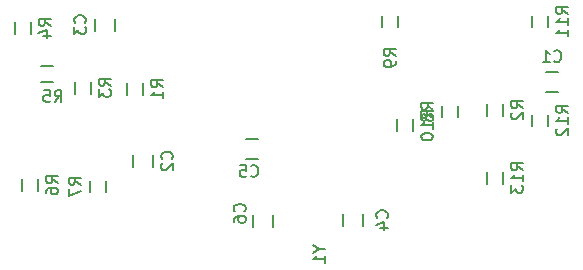
<source format=gbo>
G04 #@! TF.FileFunction,Legend,Bot*
%FSLAX46Y46*%
G04 Gerber Fmt 4.6, Leading zero omitted, Abs format (unit mm)*
G04 Created by KiCad (PCBNEW 4.0.1-stable) date 11/19/2016 2:54:23 PM*
%MOMM*%
G01*
G04 APERTURE LIST*
%ADD10C,0.100000*%
%ADD11C,0.150000*%
G04 APERTURE END LIST*
D10*
D11*
X178300000Y-72810000D02*
X179300000Y-72810000D01*
X179300000Y-74510000D02*
X178300000Y-74510000D01*
X144995000Y-79875000D02*
X144995000Y-80875000D01*
X143295000Y-80875000D02*
X143295000Y-79875000D01*
X140120000Y-69350000D02*
X140120000Y-68350000D01*
X141820000Y-68350000D02*
X141820000Y-69350000D01*
X161075000Y-85860000D02*
X161075000Y-84860000D01*
X162775000Y-84860000D02*
X162775000Y-85860000D01*
X152900000Y-78525000D02*
X153900000Y-78525000D01*
X153900000Y-80225000D02*
X152900000Y-80225000D01*
X155155000Y-84955000D02*
X155155000Y-85955000D01*
X153455000Y-85955000D02*
X153455000Y-84955000D01*
X142835000Y-73795000D02*
X142835000Y-74795000D01*
X144185000Y-74795000D02*
X144185000Y-73795000D01*
X173315000Y-75585000D02*
X173315000Y-76585000D01*
X174665000Y-76585000D02*
X174665000Y-75585000D01*
X139740000Y-74680000D02*
X139740000Y-73680000D01*
X138390000Y-73680000D02*
X138390000Y-74680000D01*
X133310000Y-68600000D02*
X133310000Y-69600000D01*
X134660000Y-69600000D02*
X134660000Y-68600000D01*
X135505000Y-73700000D02*
X136505000Y-73700000D01*
X136505000Y-72350000D02*
X135505000Y-72350000D01*
X133945000Y-81935000D02*
X133945000Y-82935000D01*
X135295000Y-82935000D02*
X135295000Y-81935000D01*
X141010000Y-83050000D02*
X141010000Y-82050000D01*
X139660000Y-82050000D02*
X139660000Y-83050000D01*
X170855000Y-76700000D02*
X170855000Y-75700000D01*
X169505000Y-75700000D02*
X169505000Y-76700000D01*
X165775000Y-69080000D02*
X165775000Y-68080000D01*
X164425000Y-68080000D02*
X164425000Y-69080000D01*
X165695000Y-76855000D02*
X165695000Y-77855000D01*
X167045000Y-77855000D02*
X167045000Y-76855000D01*
X177125000Y-68080000D02*
X177125000Y-69080000D01*
X178475000Y-69080000D02*
X178475000Y-68080000D01*
X177125000Y-76450000D02*
X177125000Y-77450000D01*
X178475000Y-77450000D02*
X178475000Y-76450000D01*
X173315000Y-81300000D02*
X173315000Y-82300000D01*
X174665000Y-82300000D02*
X174665000Y-81300000D01*
X178966666Y-71917143D02*
X179014285Y-71964762D01*
X179157142Y-72012381D01*
X179252380Y-72012381D01*
X179395238Y-71964762D01*
X179490476Y-71869524D01*
X179538095Y-71774286D01*
X179585714Y-71583810D01*
X179585714Y-71440952D01*
X179538095Y-71250476D01*
X179490476Y-71155238D01*
X179395238Y-71060000D01*
X179252380Y-71012381D01*
X179157142Y-71012381D01*
X179014285Y-71060000D01*
X178966666Y-71107619D01*
X178014285Y-72012381D02*
X178585714Y-72012381D01*
X178300000Y-72012381D02*
X178300000Y-71012381D01*
X178395238Y-71155238D01*
X178490476Y-71250476D01*
X178585714Y-71298095D01*
X146602143Y-80208334D02*
X146649762Y-80160715D01*
X146697381Y-80017858D01*
X146697381Y-79922620D01*
X146649762Y-79779762D01*
X146554524Y-79684524D01*
X146459286Y-79636905D01*
X146268810Y-79589286D01*
X146125952Y-79589286D01*
X145935476Y-79636905D01*
X145840238Y-79684524D01*
X145745000Y-79779762D01*
X145697381Y-79922620D01*
X145697381Y-80017858D01*
X145745000Y-80160715D01*
X145792619Y-80208334D01*
X145792619Y-80589286D02*
X145745000Y-80636905D01*
X145697381Y-80732143D01*
X145697381Y-80970239D01*
X145745000Y-81065477D01*
X145792619Y-81113096D01*
X145887857Y-81160715D01*
X145983095Y-81160715D01*
X146125952Y-81113096D01*
X146697381Y-80541667D01*
X146697381Y-81160715D01*
X139227143Y-68683334D02*
X139274762Y-68635715D01*
X139322381Y-68492858D01*
X139322381Y-68397620D01*
X139274762Y-68254762D01*
X139179524Y-68159524D01*
X139084286Y-68111905D01*
X138893810Y-68064286D01*
X138750952Y-68064286D01*
X138560476Y-68111905D01*
X138465238Y-68159524D01*
X138370000Y-68254762D01*
X138322381Y-68397620D01*
X138322381Y-68492858D01*
X138370000Y-68635715D01*
X138417619Y-68683334D01*
X138322381Y-69016667D02*
X138322381Y-69635715D01*
X138703333Y-69302381D01*
X138703333Y-69445239D01*
X138750952Y-69540477D01*
X138798571Y-69588096D01*
X138893810Y-69635715D01*
X139131905Y-69635715D01*
X139227143Y-69588096D01*
X139274762Y-69540477D01*
X139322381Y-69445239D01*
X139322381Y-69159524D01*
X139274762Y-69064286D01*
X139227143Y-69016667D01*
X164822143Y-85193334D02*
X164869762Y-85145715D01*
X164917381Y-85002858D01*
X164917381Y-84907620D01*
X164869762Y-84764762D01*
X164774524Y-84669524D01*
X164679286Y-84621905D01*
X164488810Y-84574286D01*
X164345952Y-84574286D01*
X164155476Y-84621905D01*
X164060238Y-84669524D01*
X163965000Y-84764762D01*
X163917381Y-84907620D01*
X163917381Y-85002858D01*
X163965000Y-85145715D01*
X164012619Y-85193334D01*
X164250714Y-86050477D02*
X164917381Y-86050477D01*
X163869762Y-85812381D02*
X164584048Y-85574286D01*
X164584048Y-86193334D01*
X153296666Y-81637143D02*
X153344285Y-81684762D01*
X153487142Y-81732381D01*
X153582380Y-81732381D01*
X153725238Y-81684762D01*
X153820476Y-81589524D01*
X153868095Y-81494286D01*
X153915714Y-81303810D01*
X153915714Y-81160952D01*
X153868095Y-80970476D01*
X153820476Y-80875238D01*
X153725238Y-80780000D01*
X153582380Y-80732381D01*
X153487142Y-80732381D01*
X153344285Y-80780000D01*
X153296666Y-80827619D01*
X152391904Y-80732381D02*
X152868095Y-80732381D01*
X152915714Y-81208571D01*
X152868095Y-81160952D01*
X152772857Y-81113333D01*
X152534761Y-81113333D01*
X152439523Y-81160952D01*
X152391904Y-81208571D01*
X152344285Y-81303810D01*
X152344285Y-81541905D01*
X152391904Y-81637143D01*
X152439523Y-81684762D01*
X152534761Y-81732381D01*
X152772857Y-81732381D01*
X152868095Y-81684762D01*
X152915714Y-81637143D01*
X152757143Y-84653334D02*
X152804762Y-84605715D01*
X152852381Y-84462858D01*
X152852381Y-84367620D01*
X152804762Y-84224762D01*
X152709524Y-84129524D01*
X152614286Y-84081905D01*
X152423810Y-84034286D01*
X152280952Y-84034286D01*
X152090476Y-84081905D01*
X151995238Y-84129524D01*
X151900000Y-84224762D01*
X151852381Y-84367620D01*
X151852381Y-84462858D01*
X151900000Y-84605715D01*
X151947619Y-84653334D01*
X151852381Y-85510477D02*
X151852381Y-85320000D01*
X151900000Y-85224762D01*
X151947619Y-85177143D01*
X152090476Y-85081905D01*
X152280952Y-85034286D01*
X152661905Y-85034286D01*
X152757143Y-85081905D01*
X152804762Y-85129524D01*
X152852381Y-85224762D01*
X152852381Y-85415239D01*
X152804762Y-85510477D01*
X152757143Y-85558096D01*
X152661905Y-85605715D01*
X152423810Y-85605715D01*
X152328571Y-85558096D01*
X152280952Y-85510477D01*
X152233333Y-85415239D01*
X152233333Y-85224762D01*
X152280952Y-85129524D01*
X152328571Y-85081905D01*
X152423810Y-85034286D01*
X145862381Y-74128334D02*
X145386190Y-73795000D01*
X145862381Y-73556905D02*
X144862381Y-73556905D01*
X144862381Y-73937858D01*
X144910000Y-74033096D01*
X144957619Y-74080715D01*
X145052857Y-74128334D01*
X145195714Y-74128334D01*
X145290952Y-74080715D01*
X145338571Y-74033096D01*
X145386190Y-73937858D01*
X145386190Y-73556905D01*
X145862381Y-75080715D02*
X145862381Y-74509286D01*
X145862381Y-74795000D02*
X144862381Y-74795000D01*
X145005238Y-74699762D01*
X145100476Y-74604524D01*
X145148095Y-74509286D01*
X176342381Y-75918334D02*
X175866190Y-75585000D01*
X176342381Y-75346905D02*
X175342381Y-75346905D01*
X175342381Y-75727858D01*
X175390000Y-75823096D01*
X175437619Y-75870715D01*
X175532857Y-75918334D01*
X175675714Y-75918334D01*
X175770952Y-75870715D01*
X175818571Y-75823096D01*
X175866190Y-75727858D01*
X175866190Y-75346905D01*
X175437619Y-76299286D02*
X175390000Y-76346905D01*
X175342381Y-76442143D01*
X175342381Y-76680239D01*
X175390000Y-76775477D01*
X175437619Y-76823096D01*
X175532857Y-76870715D01*
X175628095Y-76870715D01*
X175770952Y-76823096D01*
X176342381Y-76251667D01*
X176342381Y-76870715D01*
X141422381Y-73994111D02*
X140946190Y-73660777D01*
X141422381Y-73422682D02*
X140422381Y-73422682D01*
X140422381Y-73803635D01*
X140470000Y-73898873D01*
X140517619Y-73946492D01*
X140612857Y-73994111D01*
X140755714Y-73994111D01*
X140850952Y-73946492D01*
X140898571Y-73898873D01*
X140946190Y-73803635D01*
X140946190Y-73422682D01*
X140422381Y-74327444D02*
X140422381Y-74946492D01*
X140803333Y-74613158D01*
X140803333Y-74756016D01*
X140850952Y-74851254D01*
X140898571Y-74898873D01*
X140993810Y-74946492D01*
X141231905Y-74946492D01*
X141327143Y-74898873D01*
X141374762Y-74851254D01*
X141422381Y-74756016D01*
X141422381Y-74470301D01*
X141374762Y-74375063D01*
X141327143Y-74327444D01*
X136337381Y-68933334D02*
X135861190Y-68600000D01*
X136337381Y-68361905D02*
X135337381Y-68361905D01*
X135337381Y-68742858D01*
X135385000Y-68838096D01*
X135432619Y-68885715D01*
X135527857Y-68933334D01*
X135670714Y-68933334D01*
X135765952Y-68885715D01*
X135813571Y-68838096D01*
X135861190Y-68742858D01*
X135861190Y-68361905D01*
X135670714Y-69790477D02*
X136337381Y-69790477D01*
X135289762Y-69552381D02*
X136004048Y-69314286D01*
X136004048Y-69933334D01*
X136691666Y-75382381D02*
X137025000Y-74906190D01*
X137263095Y-75382381D02*
X137263095Y-74382381D01*
X136882142Y-74382381D01*
X136786904Y-74430000D01*
X136739285Y-74477619D01*
X136691666Y-74572857D01*
X136691666Y-74715714D01*
X136739285Y-74810952D01*
X136786904Y-74858571D01*
X136882142Y-74906190D01*
X137263095Y-74906190D01*
X135786904Y-74382381D02*
X136263095Y-74382381D01*
X136310714Y-74858571D01*
X136263095Y-74810952D01*
X136167857Y-74763333D01*
X135929761Y-74763333D01*
X135834523Y-74810952D01*
X135786904Y-74858571D01*
X135739285Y-74953810D01*
X135739285Y-75191905D01*
X135786904Y-75287143D01*
X135834523Y-75334762D01*
X135929761Y-75382381D01*
X136167857Y-75382381D01*
X136263095Y-75334762D01*
X136310714Y-75287143D01*
X136972381Y-82268334D02*
X136496190Y-81935000D01*
X136972381Y-81696905D02*
X135972381Y-81696905D01*
X135972381Y-82077858D01*
X136020000Y-82173096D01*
X136067619Y-82220715D01*
X136162857Y-82268334D01*
X136305714Y-82268334D01*
X136400952Y-82220715D01*
X136448571Y-82173096D01*
X136496190Y-82077858D01*
X136496190Y-81696905D01*
X135972381Y-83125477D02*
X135972381Y-82935000D01*
X136020000Y-82839762D01*
X136067619Y-82792143D01*
X136210476Y-82696905D01*
X136400952Y-82649286D01*
X136781905Y-82649286D01*
X136877143Y-82696905D01*
X136924762Y-82744524D01*
X136972381Y-82839762D01*
X136972381Y-83030239D01*
X136924762Y-83125477D01*
X136877143Y-83173096D01*
X136781905Y-83220715D01*
X136543810Y-83220715D01*
X136448571Y-83173096D01*
X136400952Y-83125477D01*
X136353333Y-83030239D01*
X136353333Y-82839762D01*
X136400952Y-82744524D01*
X136448571Y-82696905D01*
X136543810Y-82649286D01*
X138887381Y-82383334D02*
X138411190Y-82050000D01*
X138887381Y-81811905D02*
X137887381Y-81811905D01*
X137887381Y-82192858D01*
X137935000Y-82288096D01*
X137982619Y-82335715D01*
X138077857Y-82383334D01*
X138220714Y-82383334D01*
X138315952Y-82335715D01*
X138363571Y-82288096D01*
X138411190Y-82192858D01*
X138411190Y-81811905D01*
X137887381Y-82716667D02*
X137887381Y-83383334D01*
X138887381Y-82954762D01*
X168732381Y-76033334D02*
X168256190Y-75700000D01*
X168732381Y-75461905D02*
X167732381Y-75461905D01*
X167732381Y-75842858D01*
X167780000Y-75938096D01*
X167827619Y-75985715D01*
X167922857Y-76033334D01*
X168065714Y-76033334D01*
X168160952Y-75985715D01*
X168208571Y-75938096D01*
X168256190Y-75842858D01*
X168256190Y-75461905D01*
X168160952Y-76604762D02*
X168113333Y-76509524D01*
X168065714Y-76461905D01*
X167970476Y-76414286D01*
X167922857Y-76414286D01*
X167827619Y-76461905D01*
X167780000Y-76509524D01*
X167732381Y-76604762D01*
X167732381Y-76795239D01*
X167780000Y-76890477D01*
X167827619Y-76938096D01*
X167922857Y-76985715D01*
X167970476Y-76985715D01*
X168065714Y-76938096D01*
X168113333Y-76890477D01*
X168160952Y-76795239D01*
X168160952Y-76604762D01*
X168208571Y-76509524D01*
X168256190Y-76461905D01*
X168351429Y-76414286D01*
X168541905Y-76414286D01*
X168637143Y-76461905D01*
X168684762Y-76509524D01*
X168732381Y-76604762D01*
X168732381Y-76795239D01*
X168684762Y-76890477D01*
X168637143Y-76938096D01*
X168541905Y-76985715D01*
X168351429Y-76985715D01*
X168256190Y-76938096D01*
X168208571Y-76890477D01*
X168160952Y-76795239D01*
X165552381Y-71473334D02*
X165076190Y-71140000D01*
X165552381Y-70901905D02*
X164552381Y-70901905D01*
X164552381Y-71282858D01*
X164600000Y-71378096D01*
X164647619Y-71425715D01*
X164742857Y-71473334D01*
X164885714Y-71473334D01*
X164980952Y-71425715D01*
X165028571Y-71378096D01*
X165076190Y-71282858D01*
X165076190Y-70901905D01*
X165552381Y-71949524D02*
X165552381Y-72140000D01*
X165504762Y-72235239D01*
X165457143Y-72282858D01*
X165314286Y-72378096D01*
X165123810Y-72425715D01*
X164742857Y-72425715D01*
X164647619Y-72378096D01*
X164600000Y-72330477D01*
X164552381Y-72235239D01*
X164552381Y-72044762D01*
X164600000Y-71949524D01*
X164647619Y-71901905D01*
X164742857Y-71854286D01*
X164980952Y-71854286D01*
X165076190Y-71901905D01*
X165123810Y-71949524D01*
X165171429Y-72044762D01*
X165171429Y-72235239D01*
X165123810Y-72330477D01*
X165076190Y-72378096D01*
X164980952Y-72425715D01*
X168722381Y-76712143D02*
X168246190Y-76378809D01*
X168722381Y-76140714D02*
X167722381Y-76140714D01*
X167722381Y-76521667D01*
X167770000Y-76616905D01*
X167817619Y-76664524D01*
X167912857Y-76712143D01*
X168055714Y-76712143D01*
X168150952Y-76664524D01*
X168198571Y-76616905D01*
X168246190Y-76521667D01*
X168246190Y-76140714D01*
X168722381Y-77664524D02*
X168722381Y-77093095D01*
X168722381Y-77378809D02*
X167722381Y-77378809D01*
X167865238Y-77283571D01*
X167960476Y-77188333D01*
X168008095Y-77093095D01*
X167722381Y-78283571D02*
X167722381Y-78378810D01*
X167770000Y-78474048D01*
X167817619Y-78521667D01*
X167912857Y-78569286D01*
X168103333Y-78616905D01*
X168341429Y-78616905D01*
X168531905Y-78569286D01*
X168627143Y-78521667D01*
X168674762Y-78474048D01*
X168722381Y-78378810D01*
X168722381Y-78283571D01*
X168674762Y-78188333D01*
X168627143Y-78140714D01*
X168531905Y-78093095D01*
X168341429Y-78045476D01*
X168103333Y-78045476D01*
X167912857Y-78093095D01*
X167817619Y-78140714D01*
X167770000Y-78188333D01*
X167722381Y-78283571D01*
X180152381Y-67937143D02*
X179676190Y-67603809D01*
X180152381Y-67365714D02*
X179152381Y-67365714D01*
X179152381Y-67746667D01*
X179200000Y-67841905D01*
X179247619Y-67889524D01*
X179342857Y-67937143D01*
X179485714Y-67937143D01*
X179580952Y-67889524D01*
X179628571Y-67841905D01*
X179676190Y-67746667D01*
X179676190Y-67365714D01*
X180152381Y-68889524D02*
X180152381Y-68318095D01*
X180152381Y-68603809D02*
X179152381Y-68603809D01*
X179295238Y-68508571D01*
X179390476Y-68413333D01*
X179438095Y-68318095D01*
X180152381Y-69841905D02*
X180152381Y-69270476D01*
X180152381Y-69556190D02*
X179152381Y-69556190D01*
X179295238Y-69460952D01*
X179390476Y-69365714D01*
X179438095Y-69270476D01*
X180157381Y-76307143D02*
X179681190Y-75973809D01*
X180157381Y-75735714D02*
X179157381Y-75735714D01*
X179157381Y-76116667D01*
X179205000Y-76211905D01*
X179252619Y-76259524D01*
X179347857Y-76307143D01*
X179490714Y-76307143D01*
X179585952Y-76259524D01*
X179633571Y-76211905D01*
X179681190Y-76116667D01*
X179681190Y-75735714D01*
X180157381Y-77259524D02*
X180157381Y-76688095D01*
X180157381Y-76973809D02*
X179157381Y-76973809D01*
X179300238Y-76878571D01*
X179395476Y-76783333D01*
X179443095Y-76688095D01*
X179252619Y-77640476D02*
X179205000Y-77688095D01*
X179157381Y-77783333D01*
X179157381Y-78021429D01*
X179205000Y-78116667D01*
X179252619Y-78164286D01*
X179347857Y-78211905D01*
X179443095Y-78211905D01*
X179585952Y-78164286D01*
X180157381Y-77592857D01*
X180157381Y-78211905D01*
X159071190Y-87802809D02*
X159547381Y-87802809D01*
X158547381Y-87469476D02*
X159071190Y-87802809D01*
X158547381Y-88136143D01*
X159547381Y-88993286D02*
X159547381Y-88421857D01*
X159547381Y-88707571D02*
X158547381Y-88707571D01*
X158690238Y-88612333D01*
X158785476Y-88517095D01*
X158833095Y-88421857D01*
X176342381Y-81157143D02*
X175866190Y-80823809D01*
X176342381Y-80585714D02*
X175342381Y-80585714D01*
X175342381Y-80966667D01*
X175390000Y-81061905D01*
X175437619Y-81109524D01*
X175532857Y-81157143D01*
X175675714Y-81157143D01*
X175770952Y-81109524D01*
X175818571Y-81061905D01*
X175866190Y-80966667D01*
X175866190Y-80585714D01*
X176342381Y-82109524D02*
X176342381Y-81538095D01*
X176342381Y-81823809D02*
X175342381Y-81823809D01*
X175485238Y-81728571D01*
X175580476Y-81633333D01*
X175628095Y-81538095D01*
X175342381Y-82442857D02*
X175342381Y-83061905D01*
X175723333Y-82728571D01*
X175723333Y-82871429D01*
X175770952Y-82966667D01*
X175818571Y-83014286D01*
X175913810Y-83061905D01*
X176151905Y-83061905D01*
X176247143Y-83014286D01*
X176294762Y-82966667D01*
X176342381Y-82871429D01*
X176342381Y-82585714D01*
X176294762Y-82490476D01*
X176247143Y-82442857D01*
M02*

</source>
